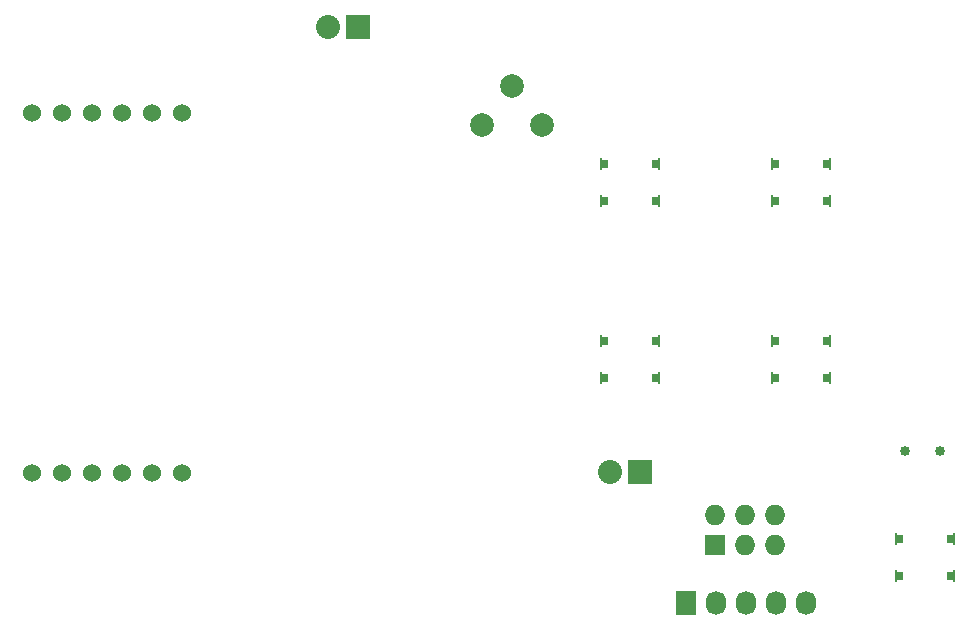
<source format=gbs>
G04 #@! TF.FileFunction,Soldermask,Bot*
%FSLAX46Y46*%
G04 Gerber Fmt 4.6, Leading zero omitted, Abs format (unit mm)*
G04 Created by KiCad (PCBNEW 0.201508140901+6091~28~ubuntu14.04.1-product) date Tue 22 Sep 2015 11:40:43 PM CEST*
%MOMM*%
G01*
G04 APERTURE LIST*
%ADD10C,0.100000*%
%ADD11R,2.032000X2.032000*%
%ADD12O,2.032000X2.032000*%
%ADD13R,1.727200X1.727200*%
%ADD14O,1.727200X1.727200*%
%ADD15R,0.500000X0.700000*%
%ADD16R,0.200000X1.100000*%
%ADD17C,0.850000*%
%ADD18C,2.000000*%
%ADD19C,1.524000*%
%ADD20R,1.727200X2.032000*%
%ADD21O,1.727200X2.032000*%
G04 APERTURE END LIST*
D10*
D11*
X148488400Y-67360800D03*
D12*
X145948400Y-67360800D03*
D13*
X178663600Y-111252000D03*
D14*
X178663600Y-108712000D03*
X181203600Y-111252000D03*
X181203600Y-108712000D03*
X183743600Y-111252000D03*
X183743600Y-108712000D03*
D15*
X169375000Y-82075000D03*
X173625000Y-82075000D03*
X169375000Y-78925000D03*
X173625000Y-78925000D03*
D16*
X173975000Y-82075000D03*
X169025000Y-82075000D03*
X169025000Y-78925000D03*
X173975000Y-78925000D03*
D15*
X183875000Y-82075000D03*
X188125000Y-82075000D03*
X183875000Y-78925000D03*
X188125000Y-78925000D03*
D16*
X188475000Y-82075000D03*
X183525000Y-82075000D03*
X183525000Y-78925000D03*
X188475000Y-78925000D03*
D15*
X173625000Y-93925000D03*
X169375000Y-93925000D03*
X173625000Y-97075000D03*
X169375000Y-97075000D03*
D16*
X169025000Y-93925000D03*
X173975000Y-93925000D03*
X173975000Y-97075000D03*
X169025000Y-97075000D03*
D15*
X188125000Y-93925000D03*
X183875000Y-93925000D03*
X188125000Y-97075000D03*
X183875000Y-97075000D03*
D16*
X183525000Y-93925000D03*
X188475000Y-93925000D03*
X188475000Y-97075000D03*
X183525000Y-97075000D03*
D17*
X194765800Y-103276400D03*
X197765800Y-103276400D03*
D15*
X198625000Y-110725000D03*
X194375000Y-110725000D03*
X198625000Y-113875000D03*
X194375000Y-113875000D03*
D16*
X194025000Y-110725000D03*
X198975000Y-110725000D03*
X198975000Y-113875000D03*
X194025000Y-113875000D03*
D11*
X172339000Y-105054400D03*
D12*
X169799000Y-105054400D03*
D18*
X161518600Y-72340200D03*
X159018600Y-75640200D03*
X164018600Y-75640200D03*
D19*
X133604000Y-105156000D03*
X131064000Y-105156000D03*
X128524000Y-105156000D03*
X125984000Y-105156000D03*
X123444000Y-105156000D03*
X120904000Y-105156000D03*
X120904000Y-74676000D03*
X123444000Y-74676000D03*
X125984000Y-74676000D03*
X128524000Y-74676000D03*
X131064000Y-74676000D03*
X133604000Y-74676000D03*
D20*
X176225200Y-116128800D03*
D21*
X178765200Y-116128800D03*
X181305200Y-116128800D03*
X183845200Y-116128800D03*
X186385200Y-116128800D03*
M02*

</source>
